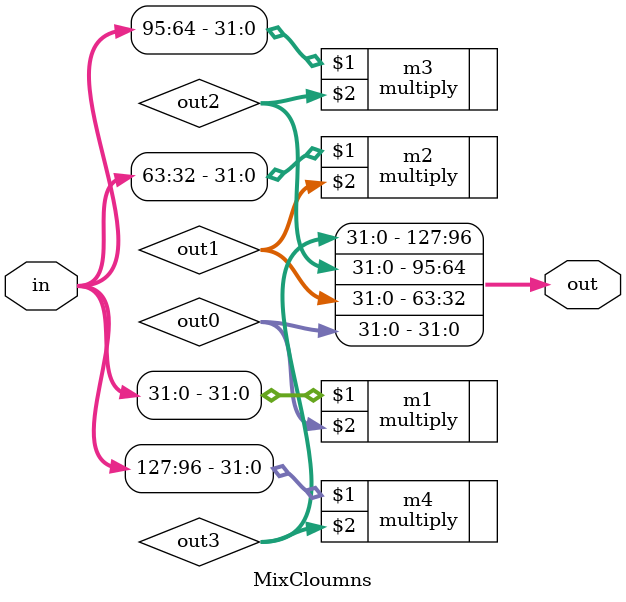
<source format=v>
module MixCloumns(in,out);
 input [127:0]in;
 output [127:0]out;
wire[31:0] out0;
wire[31:0] out1;
wire[31:0] out2;
wire[31:0] out3;



multiply m1(in[31:0],out0); 
multiply m2(in[63:32],out1); 
multiply m3(in[95:64],out2); 
multiply m4(in[127:96],out3); 
assign out={out3,out2,out1,out0};

endmodule

</source>
